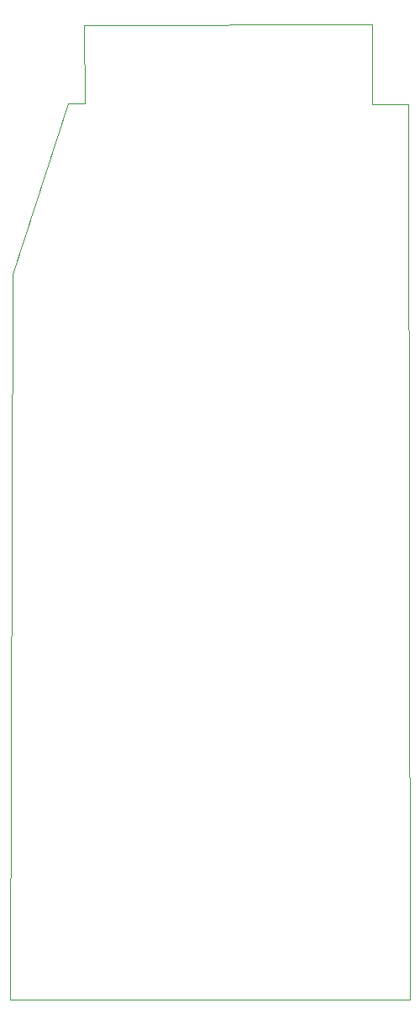
<source format=gbr>
%TF.GenerationSoftware,KiCad,Pcbnew,9.0.2*%
%TF.CreationDate,2025-08-16T18:35:03-07:00*%
%TF.ProjectId,Transmitter,5472616e-736d-4697-9474-65722e6b6963,rev?*%
%TF.SameCoordinates,Original*%
%TF.FileFunction,Profile,NP*%
%FSLAX46Y46*%
G04 Gerber Fmt 4.6, Leading zero omitted, Abs format (unit mm)*
G04 Created by KiCad (PCBNEW 9.0.2) date 2025-08-16 18:35:03*
%MOMM*%
%LPD*%
G01*
G04 APERTURE LIST*
%TA.AperFunction,Profile*%
%ADD10C,0.050000*%
%TD*%
G04 APERTURE END LIST*
D10*
X89160000Y-49710000D02*
X94690000Y-32580000D01*
X94690000Y-32580000D02*
X96370000Y-32570000D01*
X125390000Y-32660000D02*
X128980000Y-32660000D01*
X128980000Y-32660000D02*
X129160000Y-122780000D01*
X125390000Y-24590000D02*
X125390000Y-32660000D01*
X96370000Y-32570000D02*
X96360000Y-24680000D01*
X88890000Y-122770000D02*
X89160000Y-49710000D01*
X96360000Y-24680000D02*
X125390000Y-24590000D01*
X129160000Y-122780000D02*
X88890000Y-122770000D01*
M02*

</source>
